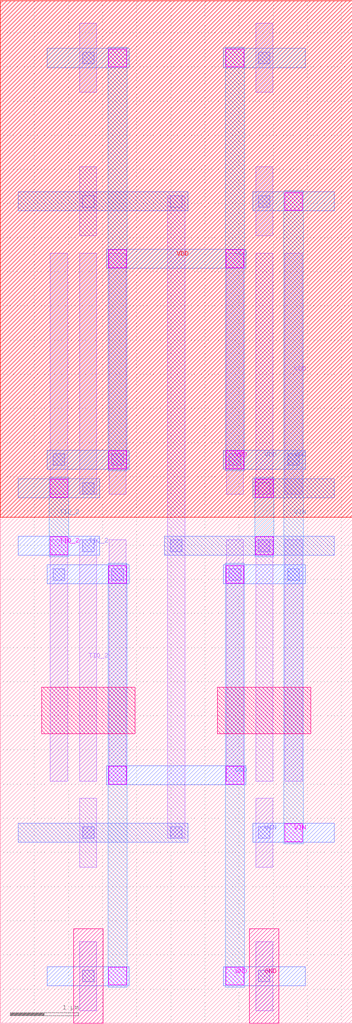
<source format=lef>
VERSION 5.7 ;
  DIVIDERCHAR "/" ;
  BUSBITCHARS "[]" ;
MACRO FLASH_ADC_SYM_2
  CLASS BLOCK ;
  FOREIGN FLASH_ADC_SYM_2 ;
  ORIGIN 0.000 0.000 ;
  SIZE 5.160 BY 14.970 ;
  PIN GND
    ANTENNADIFFAREA 0.826000 ;
    PORT
      LAYER pwell ;
        RECT 1.075 0.000 1.505 1.380 ;
        RECT 3.655 0.000 4.085 1.380 ;
      LAYER li1 ;
        RECT 0.735 3.545 0.985 7.075 ;
        RECT 1.595 3.545 1.845 7.075 ;
        RECT 3.315 3.545 3.565 7.075 ;
        RECT 4.175 3.545 4.425 7.075 ;
        RECT 1.165 0.185 1.415 1.195 ;
        RECT 3.745 0.185 3.995 1.195 ;
      LAYER mcon ;
        RECT 0.775 6.485 0.945 6.655 ;
        RECT 1.635 6.485 1.805 6.655 ;
        RECT 3.355 6.485 3.525 6.655 ;
        RECT 4.215 6.485 4.385 6.655 ;
        RECT 1.205 0.605 1.375 0.775 ;
        RECT 3.785 0.605 3.955 0.775 ;
      LAYER met1 ;
        RECT 0.690 6.430 1.890 6.710 ;
        RECT 3.270 6.430 4.470 6.710 ;
        RECT 1.560 3.490 3.600 3.770 ;
        RECT 0.690 0.550 1.890 0.830 ;
        RECT 3.270 0.550 4.470 0.830 ;
      LAYER via ;
        RECT 1.590 6.440 1.850 6.700 ;
        RECT 3.310 6.440 3.570 6.700 ;
        RECT 1.590 3.500 1.850 3.760 ;
        RECT 3.310 3.500 3.570 3.760 ;
        RECT 1.590 0.560 1.850 0.820 ;
        RECT 3.310 0.560 3.570 0.820 ;
      LAYER met2 ;
        RECT 1.580 0.530 1.860 6.730 ;
        RECT 3.300 0.530 3.580 6.730 ;
    END
  END GND
  PIN VDD
    ANTENNADIFFAREA 1.716400 ;
    PORT
      LAYER nwell ;
        RECT 0.000 7.410 5.160 14.970 ;
      LAYER li1 ;
        RECT 1.165 13.625 1.415 14.635 ;
        RECT 3.745 13.625 3.995 14.635 ;
        RECT 0.735 7.745 0.985 11.275 ;
        RECT 1.595 7.745 1.845 11.275 ;
        RECT 3.315 7.745 3.565 11.275 ;
        RECT 4.175 7.745 4.425 11.275 ;
      LAYER mcon ;
        RECT 1.205 14.045 1.375 14.215 ;
        RECT 3.785 14.045 3.955 14.215 ;
        RECT 0.775 8.165 0.945 8.335 ;
        RECT 1.635 8.165 1.805 8.335 ;
        RECT 3.355 8.165 3.525 8.335 ;
        RECT 4.215 8.165 4.385 8.335 ;
      LAYER met1 ;
        RECT 0.690 13.990 1.890 14.270 ;
        RECT 3.270 13.990 4.470 14.270 ;
        RECT 1.560 11.050 3.600 11.330 ;
        RECT 0.690 8.110 1.890 8.390 ;
        RECT 3.270 8.110 4.470 8.390 ;
      LAYER via ;
        RECT 1.590 14.000 1.850 14.260 ;
        RECT 3.310 14.000 3.570 14.260 ;
        RECT 1.590 11.060 1.850 11.320 ;
        RECT 3.310 11.060 3.570 11.320 ;
        RECT 1.590 8.120 1.850 8.380 ;
        RECT 3.310 8.120 3.570 8.380 ;
      LAYER met2 ;
        RECT 1.580 8.090 1.860 14.290 ;
        RECT 3.300 8.090 3.580 14.290 ;
    END
  END VDD
  PIN VIN
    ANTENNAGATEAREA 0.504000 ;
    PORT
      LAYER li1 ;
        RECT 3.745 11.525 3.995 12.535 ;
        RECT 3.745 2.285 3.995 3.295 ;
      LAYER mcon ;
        RECT 3.785 11.945 3.955 12.115 ;
        RECT 3.785 2.705 3.955 2.875 ;
      LAYER met1 ;
        RECT 3.700 11.890 4.900 12.170 ;
        RECT 3.700 2.650 4.900 2.930 ;
      LAYER via ;
        RECT 4.170 11.900 4.430 12.160 ;
        RECT 4.170 2.660 4.430 2.920 ;
      LAYER met2 ;
        RECT 4.160 2.630 4.440 12.190 ;
    END
  END VIN
  PIN TIQ_2
    ANTENNADIFFAREA 0.470400 ;
    PORT
      LAYER li1 ;
        RECT 1.165 7.745 1.415 11.275 ;
        RECT 1.165 3.545 1.415 7.075 ;
      LAYER mcon ;
        RECT 1.205 7.745 1.375 7.915 ;
        RECT 1.205 6.905 1.375 7.075 ;
      LAYER met1 ;
        RECT 0.260 7.690 1.460 7.970 ;
        RECT 0.260 6.850 1.460 7.130 ;
      LAYER via ;
        RECT 0.730 7.700 0.990 7.960 ;
        RECT 0.730 6.860 0.990 7.120 ;
      LAYER met2 ;
        RECT 0.720 6.830 1.000 7.990 ;
    END
  END TIQ_2
  OBS
      LAYER pwell ;
        RECT 0.605 4.235 1.975 4.915 ;
        RECT 3.185 4.235 4.555 4.915 ;
      LAYER li1 ;
        RECT 1.165 11.525 1.415 12.535 ;
        RECT 1.165 2.285 1.415 3.295 ;
        RECT 2.455 2.705 2.705 12.115 ;
        RECT 3.745 7.745 3.995 11.275 ;
        RECT 3.745 3.545 3.995 7.075 ;
      LAYER mcon ;
        RECT 1.205 11.945 1.375 12.115 ;
        RECT 2.495 11.945 2.665 12.115 ;
        RECT 3.785 7.745 3.955 7.915 ;
        RECT 2.495 6.905 2.665 7.075 ;
        RECT 1.205 2.705 1.375 2.875 ;
        RECT 3.785 6.905 3.955 7.075 ;
        RECT 2.495 2.705 2.665 2.875 ;
      LAYER met1 ;
        RECT 0.260 11.890 2.750 12.170 ;
        RECT 3.700 7.690 4.900 7.970 ;
        RECT 2.410 6.850 4.900 7.130 ;
        RECT 0.260 2.650 2.750 2.930 ;
      LAYER via ;
        RECT 3.740 7.700 4.000 7.960 ;
        RECT 3.740 6.860 4.000 7.120 ;
      LAYER met2 ;
        RECT 3.730 6.830 4.010 7.990 ;
  END
END FLASH_ADC_SYM_2
END LIBRARY


</source>
